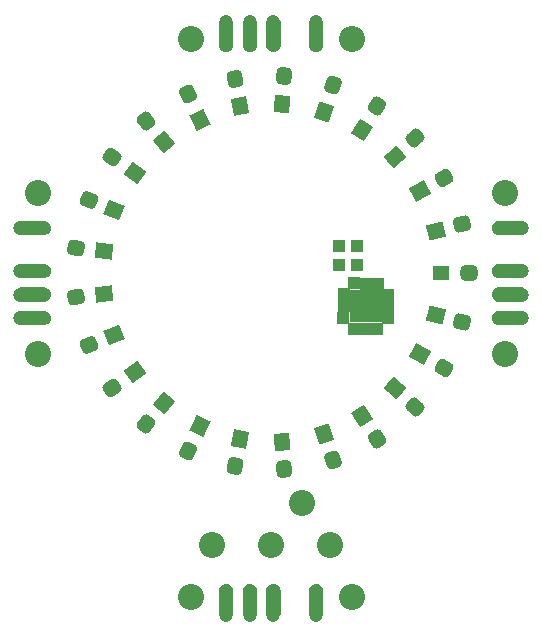
<source format=gts>
G04*
G04 #@! TF.GenerationSoftware,Altium Limited,Altium Designer,23.8.1 (32)*
G04*
G04 Layer_Color=8388736*
%FSLAX44Y44*%
%MOMM*%
G71*
G04*
G04 #@! TF.SameCoordinates,1253C11B-B4F6-43D5-8584-102BFB41548A*
G04*
G04*
G04 #@! TF.FilePolarity,Negative*
G04*
G01*
G75*
G04:AMPARAMS|DCode=70|XSize=1.4532mm|YSize=1.3032mm|CornerRadius=0mm|HoleSize=0mm|Usage=FLASHONLY|Rotation=93.600|XOffset=0mm|YOffset=0mm|HoleType=Round|Shape=Rectangle|*
%AMROTATEDRECTD70*
4,1,4,0.6959,-0.6843,-0.6047,-0.7661,-0.6959,0.6843,0.6047,0.7661,0.6959,-0.6843,0.0*
%
%ADD70ROTATEDRECTD70*%

G04:AMPARAMS|DCode=71|XSize=1.4532mm|YSize=1.3032mm|CornerRadius=0.3766mm|HoleSize=0mm|Usage=FLASHONLY|Rotation=93.600|XOffset=0mm|YOffset=0mm|HoleType=Round|Shape=RoundedRectangle|*
%AMROUNDEDRECTD71*
21,1,1.4532,0.5500,0,0,93.6*
21,1,0.7000,1.3032,0,0,93.6*
1,1,0.7532,0.2525,0.3666*
1,1,0.7532,0.2964,-0.3320*
1,1,0.7532,-0.2525,-0.3666*
1,1,0.7532,-0.2964,0.3320*
%
%ADD71ROUNDEDRECTD71*%
G04:AMPARAMS|DCode=72|XSize=1.4532mm|YSize=1.3032mm|CornerRadius=0mm|HoleSize=0mm|Usage=FLASHONLY|Rotation=165.600|XOffset=0mm|YOffset=0mm|HoleType=Round|Shape=Rectangle|*
%AMROTATEDRECTD72*
4,1,4,0.8658,0.4504,0.5417,-0.8118,-0.8658,-0.4504,-0.5417,0.8118,0.8658,0.4504,0.0*
%
%ADD72ROTATEDRECTD72*%

G04:AMPARAMS|DCode=73|XSize=1.4532mm|YSize=1.3032mm|CornerRadius=0.3766mm|HoleSize=0mm|Usage=FLASHONLY|Rotation=165.600|XOffset=0mm|YOffset=0mm|HoleType=Round|Shape=RoundedRectangle|*
%AMROUNDEDRECTD73*
21,1,1.4532,0.5500,0,0,165.6*
21,1,0.7000,1.3032,0,0,165.6*
1,1,0.7532,-0.2706,0.3534*
1,1,0.7532,0.4074,0.1793*
1,1,0.7532,0.2706,-0.3534*
1,1,0.7532,-0.4074,-0.1793*
%
%ADD73ROUNDEDRECTD73*%
G04:AMPARAMS|DCode=74|XSize=1.4532mm|YSize=1.3032mm|CornerRadius=0mm|HoleSize=0mm|Usage=FLASHONLY|Rotation=352.800|XOffset=0mm|YOffset=0mm|HoleType=Round|Shape=Rectangle|*
%AMROTATEDRECTD74*
4,1,4,-0.8025,-0.5554,-0.6392,0.7375,0.8025,0.5554,0.6392,-0.7375,-0.8025,-0.5554,0.0*
%
%ADD74ROTATEDRECTD74*%

G04:AMPARAMS|DCode=75|XSize=1.4532mm|YSize=1.3032mm|CornerRadius=0.3766mm|HoleSize=0mm|Usage=FLASHONLY|Rotation=352.800|XOffset=0mm|YOffset=0mm|HoleType=Round|Shape=RoundedRectangle|*
%AMROUNDEDRECTD75*
21,1,1.4532,0.5500,0,0,352.8*
21,1,0.7000,1.3032,0,0,352.8*
1,1,0.7532,0.3128,-0.3167*
1,1,0.7532,-0.3817,-0.2290*
1,1,0.7532,-0.3128,0.3167*
1,1,0.7532,0.3817,0.2290*
%
%ADD75ROUNDEDRECTD75*%
G04:AMPARAMS|DCode=76|XSize=1.4532mm|YSize=1.3032mm|CornerRadius=0.3766mm|HoleSize=0mm|Usage=FLASHONLY|Rotation=194.400|XOffset=0mm|YOffset=0mm|HoleType=Round|Shape=RoundedRectangle|*
%AMROUNDEDRECTD76*
21,1,1.4532,0.5500,0,0,194.4*
21,1,0.7000,1.3032,0,0,194.4*
1,1,0.7532,-0.4074,0.1793*
1,1,0.7532,0.2706,0.3534*
1,1,0.7532,0.4074,-0.1793*
1,1,0.7532,-0.2706,-0.3534*
%
%ADD76ROUNDEDRECTD76*%
G04:AMPARAMS|DCode=77|XSize=1.4532mm|YSize=1.3032mm|CornerRadius=0mm|HoleSize=0mm|Usage=FLASHONLY|Rotation=194.400|XOffset=0mm|YOffset=0mm|HoleType=Round|Shape=Rectangle|*
%AMROTATEDRECTD77*
4,1,4,0.5417,0.8118,0.8658,-0.4504,-0.5417,-0.8118,-0.8658,0.4504,0.5417,0.8118,0.0*
%
%ADD77ROTATEDRECTD77*%

G04:AMPARAMS|DCode=78|XSize=1.4532mm|YSize=1.3032mm|CornerRadius=0.3766mm|HoleSize=0mm|Usage=FLASHONLY|Rotation=208.800|XOffset=0mm|YOffset=0mm|HoleType=Round|Shape=RoundedRectangle|*
%AMROUNDEDRECTD78*
21,1,1.4532,0.5500,0,0,208.8*
21,1,0.7000,1.3032,0,0,208.8*
1,1,0.7532,-0.4392,0.0724*
1,1,0.7532,0.1742,0.4096*
1,1,0.7532,0.4392,-0.0724*
1,1,0.7532,-0.1742,-0.4096*
%
%ADD78ROUNDEDRECTD78*%
G04:AMPARAMS|DCode=79|XSize=1.4532mm|YSize=1.3032mm|CornerRadius=0mm|HoleSize=0mm|Usage=FLASHONLY|Rotation=208.800|XOffset=0mm|YOffset=0mm|HoleType=Round|Shape=Rectangle|*
%AMROTATEDRECTD79*
4,1,4,0.3228,0.9210,0.9506,-0.2210,-0.3228,-0.9210,-0.9506,0.2210,0.3228,0.9210,0.0*
%
%ADD79ROTATEDRECTD79*%

G04:AMPARAMS|DCode=80|XSize=1.4532mm|YSize=1.3032mm|CornerRadius=0.3766mm|HoleSize=0mm|Usage=FLASHONLY|Rotation=223.200|XOffset=0mm|YOffset=0mm|HoleType=Round|Shape=RoundedRectangle|*
%AMROUNDEDRECTD80*
21,1,1.4532,0.5500,0,0,223.2*
21,1,0.7000,1.3032,0,0,223.2*
1,1,0.7532,-0.4434,-0.0391*
1,1,0.7532,0.0669,0.4401*
1,1,0.7532,0.4434,0.0391*
1,1,0.7532,-0.0669,-0.4401*
%
%ADD80ROUNDEDRECTD80*%
G04:AMPARAMS|DCode=81|XSize=1.4532mm|YSize=1.3032mm|CornerRadius=0mm|HoleSize=0mm|Usage=FLASHONLY|Rotation=223.200|XOffset=0mm|YOffset=0mm|HoleType=Round|Shape=Rectangle|*
%AMROTATEDRECTD81*
4,1,4,0.0836,0.9724,0.9757,0.0224,-0.0836,-0.9724,-0.9757,-0.0224,0.0836,0.9724,0.0*
%
%ADD81ROTATEDRECTD81*%

G04:AMPARAMS|DCode=82|XSize=1.4532mm|YSize=1.3032mm|CornerRadius=0.3766mm|HoleSize=0mm|Usage=FLASHONLY|Rotation=237.600|XOffset=0mm|YOffset=0mm|HoleType=Round|Shape=RoundedRectangle|*
%AMROUNDEDRECTD82*
21,1,1.4532,0.5500,0,0,237.6*
21,1,0.7000,1.3032,0,0,237.6*
1,1,0.7532,-0.4197,-0.1482*
1,1,0.7532,-0.0447,0.4429*
1,1,0.7532,0.4197,0.1482*
1,1,0.7532,0.0447,-0.4429*
%
%ADD82ROUNDEDRECTD82*%
G04:AMPARAMS|DCode=83|XSize=1.4532mm|YSize=1.3032mm|CornerRadius=0mm|HoleSize=0mm|Usage=FLASHONLY|Rotation=237.600|XOffset=0mm|YOffset=0mm|HoleType=Round|Shape=Rectangle|*
%AMROTATEDRECTD83*
4,1,4,-0.1608,0.9626,0.9395,0.2643,0.1608,-0.9626,-0.9395,-0.2643,-0.1608,0.9626,0.0*
%
%ADD83ROTATEDRECTD83*%

G04:AMPARAMS|DCode=84|XSize=1.4532mm|YSize=1.3032mm|CornerRadius=0.3766mm|HoleSize=0mm|Usage=FLASHONLY|Rotation=252.000|XOffset=0mm|YOffset=0mm|HoleType=Round|Shape=RoundedRectangle|*
%AMROUNDEDRECTD84*
21,1,1.4532,0.5500,0,0,252.0*
21,1,0.7000,1.3032,0,0,252.0*
1,1,0.7532,-0.3697,-0.2479*
1,1,0.7532,-0.1534,0.4178*
1,1,0.7532,0.3697,0.2479*
1,1,0.7532,0.1534,-0.4178*
%
%ADD84ROUNDEDRECTD84*%
G04:AMPARAMS|DCode=85|XSize=1.4532mm|YSize=1.3032mm|CornerRadius=0mm|HoleSize=0mm|Usage=FLASHONLY|Rotation=252.000|XOffset=0mm|YOffset=0mm|HoleType=Round|Shape=Rectangle|*
%AMROTATEDRECTD85*
4,1,4,-0.3952,0.8924,0.8442,0.4897,0.3952,-0.8924,-0.8442,-0.4897,-0.3952,0.8924,0.0*
%
%ADD85ROTATEDRECTD85*%

G04:AMPARAMS|DCode=86|XSize=1.4532mm|YSize=1.3032mm|CornerRadius=0.3766mm|HoleSize=0mm|Usage=FLASHONLY|Rotation=266.400|XOffset=0mm|YOffset=0mm|HoleType=Round|Shape=RoundedRectangle|*
%AMROUNDEDRECTD86*
21,1,1.4532,0.5500,0,0,266.4*
21,1,0.7000,1.3032,0,0,266.4*
1,1,0.7532,-0.2964,-0.3320*
1,1,0.7532,-0.2525,0.3666*
1,1,0.7532,0.2964,0.3320*
1,1,0.7532,0.2525,-0.3666*
%
%ADD86ROUNDEDRECTD86*%
G04:AMPARAMS|DCode=87|XSize=1.4532mm|YSize=1.3032mm|CornerRadius=0mm|HoleSize=0mm|Usage=FLASHONLY|Rotation=266.400|XOffset=0mm|YOffset=0mm|HoleType=Round|Shape=Rectangle|*
%AMROTATEDRECTD87*
4,1,4,-0.6047,0.7661,0.6959,0.6843,0.6047,-0.7661,-0.6959,-0.6843,-0.6047,0.7661,0.0*
%
%ADD87ROTATEDRECTD87*%

G04:AMPARAMS|DCode=88|XSize=1.4532mm|YSize=1.3032mm|CornerRadius=0.3766mm|HoleSize=0mm|Usage=FLASHONLY|Rotation=280.800|XOffset=0mm|YOffset=0mm|HoleType=Round|Shape=RoundedRectangle|*
%AMROUNDEDRECTD88*
21,1,1.4532,0.5500,0,0,280.8*
21,1,0.7000,1.3032,0,0,280.8*
1,1,0.7532,-0.2046,-0.3953*
1,1,0.7532,-0.3357,0.2923*
1,1,0.7532,0.2046,0.3953*
1,1,0.7532,0.3357,-0.2923*
%
%ADD88ROUNDEDRECTD88*%
G04:AMPARAMS|DCode=89|XSize=1.4532mm|YSize=1.3032mm|CornerRadius=0mm|HoleSize=0mm|Usage=FLASHONLY|Rotation=280.800|XOffset=0mm|YOffset=0mm|HoleType=Round|Shape=Rectangle|*
%AMROTATEDRECTD89*
4,1,4,-0.7762,0.5916,0.5039,0.8358,0.7762,-0.5916,-0.5039,-0.8358,-0.7762,0.5916,0.0*
%
%ADD89ROTATEDRECTD89*%

G04:AMPARAMS|DCode=90|XSize=1.4532mm|YSize=1.3032mm|CornerRadius=0.3766mm|HoleSize=0mm|Usage=FLASHONLY|Rotation=295.200|XOffset=0mm|YOffset=0mm|HoleType=Round|Shape=RoundedRectangle|*
%AMROUNDEDRECTD90*
21,1,1.4532,0.5500,0,0,295.2*
21,1,0.7000,1.3032,0,0,295.2*
1,1,0.7532,-0.0998,-0.4338*
1,1,0.7532,-0.3979,0.1996*
1,1,0.7532,0.0998,0.4338*
1,1,0.7532,0.3979,-0.1996*
%
%ADD90ROUNDEDRECTD90*%
G04:AMPARAMS|DCode=91|XSize=1.4532mm|YSize=1.3032mm|CornerRadius=0mm|HoleSize=0mm|Usage=FLASHONLY|Rotation=295.200|XOffset=0mm|YOffset=0mm|HoleType=Round|Shape=Rectangle|*
%AMROTATEDRECTD91*
4,1,4,-0.8990,0.3800,0.2802,0.9349,0.8990,-0.3800,-0.2802,-0.9349,-0.8990,0.3800,0.0*
%
%ADD91ROTATEDRECTD91*%

G04:AMPARAMS|DCode=92|XSize=1.4532mm|YSize=1.3032mm|CornerRadius=0.3766mm|HoleSize=0mm|Usage=FLASHONLY|Rotation=309.600|XOffset=0mm|YOffset=0mm|HoleType=Round|Shape=RoundedRectangle|*
%AMROUNDEDRECTD92*
21,1,1.4532,0.5500,0,0,309.6*
21,1,0.7000,1.3032,0,0,309.6*
1,1,0.7532,0.0112,-0.4450*
1,1,0.7532,-0.4350,0.0944*
1,1,0.7532,-0.0112,0.4450*
1,1,0.7532,0.4350,-0.0944*
%
%ADD92ROUNDEDRECTD92*%
G04:AMPARAMS|DCode=93|XSize=1.4532mm|YSize=1.3032mm|CornerRadius=0mm|HoleSize=0mm|Usage=FLASHONLY|Rotation=309.600|XOffset=0mm|YOffset=0mm|HoleType=Round|Shape=Rectangle|*
%AMROTATEDRECTD93*
4,1,4,-0.9652,0.1445,0.0389,0.9752,0.9652,-0.1445,-0.0389,-0.9752,-0.9652,0.1445,0.0*
%
%ADD93ROTATEDRECTD93*%

G04:AMPARAMS|DCode=94|XSize=1.4532mm|YSize=1.3032mm|CornerRadius=0.3766mm|HoleSize=0mm|Usage=FLASHONLY|Rotation=324.000|XOffset=0mm|YOffset=0mm|HoleType=Round|Shape=RoundedRectangle|*
%AMROUNDEDRECTD94*
21,1,1.4532,0.5500,0,0,324.0*
21,1,0.7000,1.3032,0,0,324.0*
1,1,0.7532,0.1215,-0.4282*
1,1,0.7532,-0.4448,-0.0168*
1,1,0.7532,-0.1215,0.4282*
1,1,0.7532,0.4448,0.0168*
%
%ADD94ROUNDEDRECTD94*%
G04:AMPARAMS|DCode=95|XSize=1.4532mm|YSize=1.3032mm|CornerRadius=0mm|HoleSize=0mm|Usage=FLASHONLY|Rotation=324.000|XOffset=0mm|YOffset=0mm|HoleType=Round|Shape=Rectangle|*
%AMROTATEDRECTD95*
4,1,4,-0.9708,-0.1001,-0.2048,0.9542,0.9708,0.1001,0.2048,-0.9542,-0.9708,-0.1001,0.0*
%
%ADD95ROTATEDRECTD95*%

G04:AMPARAMS|DCode=96|XSize=1.4532mm|YSize=1.3032mm|CornerRadius=0.3766mm|HoleSize=0mm|Usage=FLASHONLY|Rotation=338.400|XOffset=0mm|YOffset=0mm|HoleType=Round|Shape=RoundedRectangle|*
%AMROUNDEDRECTD96*
21,1,1.4532,0.5500,0,0,338.4*
21,1,0.7000,1.3032,0,0,338.4*
1,1,0.7532,0.2242,-0.3845*
1,1,0.7532,-0.4267,-0.1269*
1,1,0.7532,-0.2242,0.3845*
1,1,0.7532,0.4267,0.1269*
%
%ADD96ROUNDEDRECTD96*%
G04:AMPARAMS|DCode=97|XSize=1.4532mm|YSize=1.3032mm|CornerRadius=0mm|HoleSize=0mm|Usage=FLASHONLY|Rotation=338.400|XOffset=0mm|YOffset=0mm|HoleType=Round|Shape=Rectangle|*
%AMROTATEDRECTD97*
4,1,4,-0.9155,-0.3384,-0.4357,0.8733,0.9155,0.3384,0.4357,-0.8733,-0.9155,-0.3384,0.0*
%
%ADD97ROTATEDRECTD97*%

G04:AMPARAMS|DCode=98|XSize=1.4532mm|YSize=1.3032mm|CornerRadius=0.3766mm|HoleSize=0mm|Usage=FLASHONLY|Rotation=7.200|XOffset=0mm|YOffset=0mm|HoleType=Round|Shape=RoundedRectangle|*
%AMROUNDEDRECTD98*
21,1,1.4532,0.5500,0,0,7.2*
21,1,0.7000,1.3032,0,0,7.2*
1,1,0.7532,0.3817,-0.2290*
1,1,0.7532,-0.3128,-0.3167*
1,1,0.7532,-0.3817,0.2290*
1,1,0.7532,0.3128,0.3167*
%
%ADD98ROUNDEDRECTD98*%
G04:AMPARAMS|DCode=99|XSize=1.4532mm|YSize=1.3032mm|CornerRadius=0mm|HoleSize=0mm|Usage=FLASHONLY|Rotation=7.200|XOffset=0mm|YOffset=0mm|HoleType=Round|Shape=Rectangle|*
%AMROTATEDRECTD99*
4,1,4,-0.6392,-0.7375,-0.8025,0.5554,0.6392,0.7375,0.8025,-0.5554,-0.6392,-0.7375,0.0*
%
%ADD99ROTATEDRECTD99*%

G04:AMPARAMS|DCode=100|XSize=1.4532mm|YSize=1.3032mm|CornerRadius=0.3766mm|HoleSize=0mm|Usage=FLASHONLY|Rotation=21.600|XOffset=0mm|YOffset=0mm|HoleType=Round|Shape=RoundedRectangle|*
%AMROUNDEDRECTD100*
21,1,1.4532,0.5500,0,0,21.6*
21,1,0.7000,1.3032,0,0,21.6*
1,1,0.7532,0.4267,-0.1269*
1,1,0.7532,-0.2242,-0.3845*
1,1,0.7532,-0.4267,0.1269*
1,1,0.7532,0.2242,0.3845*
%
%ADD100ROUNDEDRECTD100*%
G04:AMPARAMS|DCode=101|XSize=1.4532mm|YSize=1.3032mm|CornerRadius=0mm|HoleSize=0mm|Usage=FLASHONLY|Rotation=21.600|XOffset=0mm|YOffset=0mm|HoleType=Round|Shape=Rectangle|*
%AMROTATEDRECTD101*
4,1,4,-0.4357,-0.8733,-0.9155,0.3384,0.4357,0.8733,0.9155,-0.3384,-0.4357,-0.8733,0.0*
%
%ADD101ROTATEDRECTD101*%

G04:AMPARAMS|DCode=102|XSize=1.4532mm|YSize=1.3032mm|CornerRadius=0.3766mm|HoleSize=0mm|Usage=FLASHONLY|Rotation=36.000|XOffset=0mm|YOffset=0mm|HoleType=Round|Shape=RoundedRectangle|*
%AMROUNDEDRECTD102*
21,1,1.4532,0.5500,0,0,36.0*
21,1,0.7000,1.3032,0,0,36.0*
1,1,0.7532,0.4448,-0.0168*
1,1,0.7532,-0.1215,-0.4282*
1,1,0.7532,-0.4448,0.0168*
1,1,0.7532,0.1215,0.4282*
%
%ADD102ROUNDEDRECTD102*%
G04:AMPARAMS|DCode=103|XSize=1.4532mm|YSize=1.3032mm|CornerRadius=0mm|HoleSize=0mm|Usage=FLASHONLY|Rotation=36.000|XOffset=0mm|YOffset=0mm|HoleType=Round|Shape=Rectangle|*
%AMROTATEDRECTD103*
4,1,4,-0.2048,-0.9542,-0.9708,0.1001,0.2048,0.9542,0.9708,-0.1001,-0.2048,-0.9542,0.0*
%
%ADD103ROTATEDRECTD103*%

G04:AMPARAMS|DCode=104|XSize=1.4532mm|YSize=1.3032mm|CornerRadius=0.3766mm|HoleSize=0mm|Usage=FLASHONLY|Rotation=50.400|XOffset=0mm|YOffset=0mm|HoleType=Round|Shape=RoundedRectangle|*
%AMROUNDEDRECTD104*
21,1,1.4532,0.5500,0,0,50.4*
21,1,0.7000,1.3032,0,0,50.4*
1,1,0.7532,0.4350,0.0944*
1,1,0.7532,-0.0112,-0.4450*
1,1,0.7532,-0.4350,-0.0944*
1,1,0.7532,0.0112,0.4450*
%
%ADD104ROUNDEDRECTD104*%
G04:AMPARAMS|DCode=105|XSize=1.4532mm|YSize=1.3032mm|CornerRadius=0mm|HoleSize=0mm|Usage=FLASHONLY|Rotation=50.400|XOffset=0mm|YOffset=0mm|HoleType=Round|Shape=Rectangle|*
%AMROTATEDRECTD105*
4,1,4,0.0389,-0.9752,-0.9652,-0.1445,-0.0389,0.9752,0.9652,0.1445,0.0389,-0.9752,0.0*
%
%ADD105ROTATEDRECTD105*%

G04:AMPARAMS|DCode=106|XSize=1.4532mm|YSize=1.3032mm|CornerRadius=0.3766mm|HoleSize=0mm|Usage=FLASHONLY|Rotation=64.800|XOffset=0mm|YOffset=0mm|HoleType=Round|Shape=RoundedRectangle|*
%AMROUNDEDRECTD106*
21,1,1.4532,0.5500,0,0,64.8*
21,1,0.7000,1.3032,0,0,64.8*
1,1,0.7532,0.3979,0.1996*
1,1,0.7532,0.0998,-0.4338*
1,1,0.7532,-0.3979,-0.1996*
1,1,0.7532,-0.0998,0.4338*
%
%ADD106ROUNDEDRECTD106*%
G04:AMPARAMS|DCode=107|XSize=1.4532mm|YSize=1.3032mm|CornerRadius=0mm|HoleSize=0mm|Usage=FLASHONLY|Rotation=64.800|XOffset=0mm|YOffset=0mm|HoleType=Round|Shape=Rectangle|*
%AMROTATEDRECTD107*
4,1,4,0.2802,-0.9349,-0.8990,-0.3800,-0.2802,0.9349,0.8990,0.3800,0.2802,-0.9349,0.0*
%
%ADD107ROTATEDRECTD107*%

G04:AMPARAMS|DCode=108|XSize=1.4532mm|YSize=1.3032mm|CornerRadius=0.3766mm|HoleSize=0mm|Usage=FLASHONLY|Rotation=79.200|XOffset=0mm|YOffset=0mm|HoleType=Round|Shape=RoundedRectangle|*
%AMROUNDEDRECTD108*
21,1,1.4532,0.5500,0,0,79.2*
21,1,0.7000,1.3032,0,0,79.2*
1,1,0.7532,0.3357,0.2923*
1,1,0.7532,0.2046,-0.3953*
1,1,0.7532,-0.3357,-0.2923*
1,1,0.7532,-0.2046,0.3953*
%
%ADD108ROUNDEDRECTD108*%
G04:AMPARAMS|DCode=109|XSize=1.4532mm|YSize=1.3032mm|CornerRadius=0mm|HoleSize=0mm|Usage=FLASHONLY|Rotation=79.200|XOffset=0mm|YOffset=0mm|HoleType=Round|Shape=Rectangle|*
%AMROTATEDRECTD109*
4,1,4,0.5039,-0.8358,-0.7762,-0.5916,-0.5039,0.8358,0.7762,0.5916,0.5039,-0.8358,0.0*
%
%ADD109ROTATEDRECTD109*%

G04:AMPARAMS|DCode=110|XSize=1.4532mm|YSize=1.3032mm|CornerRadius=0.3766mm|HoleSize=0mm|Usage=FLASHONLY|Rotation=108.000|XOffset=0mm|YOffset=0mm|HoleType=Round|Shape=RoundedRectangle|*
%AMROUNDEDRECTD110*
21,1,1.4532,0.5500,0,0,108.0*
21,1,0.7000,1.3032,0,0,108.0*
1,1,0.7532,0.1534,0.4178*
1,1,0.7532,0.3697,-0.2479*
1,1,0.7532,-0.1534,-0.4178*
1,1,0.7532,-0.3697,0.2479*
%
%ADD110ROUNDEDRECTD110*%
G04:AMPARAMS|DCode=111|XSize=1.4532mm|YSize=1.3032mm|CornerRadius=0mm|HoleSize=0mm|Usage=FLASHONLY|Rotation=108.000|XOffset=0mm|YOffset=0mm|HoleType=Round|Shape=Rectangle|*
%AMROTATEDRECTD111*
4,1,4,0.8442,-0.4897,-0.3952,-0.8924,-0.8442,0.4897,0.3952,0.8924,0.8442,-0.4897,0.0*
%
%ADD111ROTATEDRECTD111*%

G04:AMPARAMS|DCode=112|XSize=1.4532mm|YSize=1.3032mm|CornerRadius=0.3766mm|HoleSize=0mm|Usage=FLASHONLY|Rotation=122.400|XOffset=0mm|YOffset=0mm|HoleType=Round|Shape=RoundedRectangle|*
%AMROUNDEDRECTD112*
21,1,1.4532,0.5500,0,0,122.4*
21,1,0.7000,1.3032,0,0,122.4*
1,1,0.7532,0.0447,0.4429*
1,1,0.7532,0.4197,-0.1482*
1,1,0.7532,-0.0447,-0.4429*
1,1,0.7532,-0.4197,0.1482*
%
%ADD112ROUNDEDRECTD112*%
G04:AMPARAMS|DCode=113|XSize=1.4532mm|YSize=1.3032mm|CornerRadius=0mm|HoleSize=0mm|Usage=FLASHONLY|Rotation=122.400|XOffset=0mm|YOffset=0mm|HoleType=Round|Shape=Rectangle|*
%AMROTATEDRECTD113*
4,1,4,0.9395,-0.2643,-0.1608,-0.9626,-0.9395,0.2643,0.1608,0.9626,0.9395,-0.2643,0.0*
%
%ADD113ROTATEDRECTD113*%

G04:AMPARAMS|DCode=114|XSize=1.4532mm|YSize=1.3032mm|CornerRadius=0.3766mm|HoleSize=0mm|Usage=FLASHONLY|Rotation=136.800|XOffset=0mm|YOffset=0mm|HoleType=Round|Shape=RoundedRectangle|*
%AMROUNDEDRECTD114*
21,1,1.4532,0.5500,0,0,136.8*
21,1,0.7000,1.3032,0,0,136.8*
1,1,0.7532,-0.0669,0.4401*
1,1,0.7532,0.4434,-0.0391*
1,1,0.7532,0.0669,-0.4401*
1,1,0.7532,-0.4434,0.0391*
%
%ADD114ROUNDEDRECTD114*%
G04:AMPARAMS|DCode=115|XSize=1.4532mm|YSize=1.3032mm|CornerRadius=0mm|HoleSize=0mm|Usage=FLASHONLY|Rotation=136.800|XOffset=0mm|YOffset=0mm|HoleType=Round|Shape=Rectangle|*
%AMROTATEDRECTD115*
4,1,4,0.9757,-0.0224,0.0836,-0.9724,-0.9757,0.0224,-0.0836,0.9724,0.9757,-0.0224,0.0*
%
%ADD115ROTATEDRECTD115*%

G04:AMPARAMS|DCode=116|XSize=1.4532mm|YSize=1.3032mm|CornerRadius=0.3766mm|HoleSize=0mm|Usage=FLASHONLY|Rotation=151.200|XOffset=0mm|YOffset=0mm|HoleType=Round|Shape=RoundedRectangle|*
%AMROUNDEDRECTD116*
21,1,1.4532,0.5500,0,0,151.2*
21,1,0.7000,1.3032,0,0,151.2*
1,1,0.7532,-0.1742,0.4096*
1,1,0.7532,0.4392,0.0724*
1,1,0.7532,0.1742,-0.4096*
1,1,0.7532,-0.4392,-0.0724*
%
%ADD116ROUNDEDRECTD116*%
G04:AMPARAMS|DCode=117|XSize=1.4532mm|YSize=1.3032mm|CornerRadius=0mm|HoleSize=0mm|Usage=FLASHONLY|Rotation=151.200|XOffset=0mm|YOffset=0mm|HoleType=Round|Shape=Rectangle|*
%AMROTATEDRECTD117*
4,1,4,0.9506,0.2210,0.3228,-0.9210,-0.9506,-0.2210,-0.3228,0.9210,0.9506,0.2210,0.0*
%
%ADD117ROTATEDRECTD117*%

G04:AMPARAMS|DCode=118|XSize=1.4532mm|YSize=1.3032mm|CornerRadius=0.3766mm|HoleSize=0mm|Usage=FLASHONLY|Rotation=180.000|XOffset=0mm|YOffset=0mm|HoleType=Round|Shape=RoundedRectangle|*
%AMROUNDEDRECTD118*
21,1,1.4532,0.5500,0,0,180.0*
21,1,0.7000,1.3032,0,0,180.0*
1,1,0.7532,-0.3500,0.2750*
1,1,0.7532,0.3500,0.2750*
1,1,0.7532,0.3500,-0.2750*
1,1,0.7532,-0.3500,-0.2750*
%
%ADD118ROUNDEDRECTD118*%
%ADD119R,1.4532X1.3032*%
%ADD120R,1.0032X1.0032*%
%ADD121P,3.8936X4X224.709*%
G04:AMPARAMS|DCode=122|XSize=0.4532mm|YSize=1.0032mm|CornerRadius=0mm|HoleSize=0mm|Usage=FLASHONLY|Rotation=179.709|XOffset=0mm|YOffset=0mm|HoleType=Round|Shape=Rectangle|*
%AMROTATEDRECTD122*
4,1,4,0.2291,0.5004,0.2241,-0.5027,-0.2291,-0.5004,-0.2241,0.5027,0.2291,0.5004,0.0*
%
%ADD122ROTATEDRECTD122*%

G04:AMPARAMS|DCode=123|XSize=0.4532mm|YSize=1.0032mm|CornerRadius=0mm|HoleSize=0mm|Usage=FLASHONLY|Rotation=269.709|XOffset=0mm|YOffset=0mm|HoleType=Round|Shape=Rectangle|*
%AMROTATEDRECTD123*
4,1,4,-0.5004,0.2291,0.5027,0.2241,0.5004,-0.2291,-0.5027,-0.2241,-0.5004,0.2291,0.0*
%
%ADD123ROTATEDRECTD123*%

%ADD124C,2.2032*%
%ADD125C,1.2032*%
%ADD126C,0.8032*%
G36*
X44678Y25959D02*
X44808Y25933D01*
X44851Y25919D01*
X44934Y25891D01*
X44934Y25891D01*
X46772Y25129D01*
X46772Y25129D01*
X46891Y25071D01*
X47002Y24997D01*
X47102Y24909D01*
X48509Y23502D01*
X48509Y23502D01*
X48597Y23402D01*
X48671Y23291D01*
X48710Y23211D01*
X48730Y23172D01*
X48730Y23172D01*
X49491Y21334D01*
X49534Y21208D01*
X49559Y21077D01*
X49568Y20945D01*
Y19950D01*
Y-50D01*
X49559Y-183D01*
X49534Y-314D01*
X49491Y-440D01*
X49432Y-559D01*
X49358Y-670D01*
X49270Y-770D01*
X49170Y-858D01*
X49059Y-932D01*
X48940Y-991D01*
X48814Y-1033D01*
X48683Y-1059D01*
X48550Y-1068D01*
X38550D01*
X38417Y-1059D01*
X38286Y-1033D01*
X38160Y-991D01*
X38041Y-932D01*
X37930Y-858D01*
X37830Y-770D01*
X37742Y-670D01*
X37668Y-559D01*
X37609Y-440D01*
X37566Y-314D01*
X37541Y-183D01*
X37532Y-50D01*
Y19950D01*
Y20945D01*
X37541Y21077D01*
X37566Y21208D01*
X37609Y21334D01*
X38370Y23172D01*
X38370Y23172D01*
X38400Y23231D01*
X38429Y23291D01*
X38454Y23328D01*
X38503Y23402D01*
X38544Y23449D01*
X38591Y23502D01*
X38591Y23502D01*
X39998Y24909D01*
X39998Y24909D01*
X40098Y24997D01*
X40209Y25071D01*
X40289Y25110D01*
X40328Y25129D01*
X40328Y25129D01*
X42166Y25891D01*
X42292Y25933D01*
X42422Y25959D01*
X42555Y25968D01*
X44545D01*
D01*
X44545D01*
X44678Y25959D01*
D02*
G37*
G36*
X64678D02*
X64808Y25933D01*
X64851Y25919D01*
X64934Y25891D01*
X64934Y25891D01*
X66772Y25129D01*
X66772Y25129D01*
X66891Y25071D01*
X67002Y24997D01*
X67102Y24909D01*
X68509Y23502D01*
X68509Y23502D01*
X68597Y23402D01*
X68671Y23291D01*
X68710Y23211D01*
X68730Y23172D01*
X68730Y23172D01*
X69491Y21334D01*
X69534Y21208D01*
X69559Y21077D01*
X69568Y20945D01*
Y19950D01*
Y-50D01*
X69559Y-183D01*
X69534Y-314D01*
X69491Y-440D01*
X69432Y-559D01*
X69358Y-670D01*
X69270Y-770D01*
X69170Y-858D01*
X69059Y-932D01*
X68940Y-991D01*
X68814Y-1033D01*
X68683Y-1059D01*
X68550Y-1068D01*
X58550D01*
X58417Y-1059D01*
X58286Y-1033D01*
X58160Y-991D01*
X58041Y-932D01*
X57930Y-858D01*
X57830Y-770D01*
X57742Y-670D01*
X57668Y-559D01*
X57609Y-440D01*
X57566Y-314D01*
X57541Y-183D01*
X57532Y-50D01*
Y19950D01*
Y20945D01*
X57541Y21077D01*
X57566Y21208D01*
X57609Y21334D01*
X58370Y23172D01*
X58370Y23172D01*
X58400Y23231D01*
X58429Y23291D01*
X58454Y23328D01*
X58503Y23402D01*
X58545Y23449D01*
X58591Y23502D01*
X58591Y23502D01*
X59998Y24909D01*
X59998Y24909D01*
X60098Y24997D01*
X60209Y25071D01*
X60289Y25110D01*
X60328Y25129D01*
X60328Y25129D01*
X62166Y25891D01*
X62292Y25933D01*
X62423Y25959D01*
X62555Y25968D01*
X64545D01*
D01*
X64545D01*
X64678Y25959D01*
D02*
G37*
G36*
X-109873Y257010D02*
X-109742Y256984D01*
X-109616Y256941D01*
X-107778Y256180D01*
X-107778Y256180D01*
X-107739Y256160D01*
X-107659Y256121D01*
X-107548Y256047D01*
X-107448Y255959D01*
X-107448Y255959D01*
X-106041Y254552D01*
X-105953Y254452D01*
X-105879Y254341D01*
X-105821Y254222D01*
X-105821Y254222D01*
X-105059Y252384D01*
X-105059Y252384D01*
X-105031Y252301D01*
X-105016Y252258D01*
X-104991Y252127D01*
X-104982Y251995D01*
Y251995D01*
D01*
Y250005D01*
X-104991Y249873D01*
X-105016Y249742D01*
X-105059Y249616D01*
X-105821Y247778D01*
X-105821Y247778D01*
X-105840Y247739D01*
X-105879Y247659D01*
X-105953Y247548D01*
X-106041Y247448D01*
X-106041Y247448D01*
X-107448Y246041D01*
X-107448Y246041D01*
X-107501Y245994D01*
X-107548Y245954D01*
X-107622Y245904D01*
X-107659Y245879D01*
X-107719Y245850D01*
X-107778Y245821D01*
X-107778Y245821D01*
X-109616Y245059D01*
X-109742Y245017D01*
X-109873Y244991D01*
X-110005Y244982D01*
X-131000D01*
X-131133Y244991D01*
X-131264Y245017D01*
X-131390Y245059D01*
X-131509Y245118D01*
X-131620Y245192D01*
X-131720Y245280D01*
X-131808Y245380D01*
X-131882Y245491D01*
X-131941Y245610D01*
X-131983Y245737D01*
X-132009Y245867D01*
X-132018Y246000D01*
Y256000D01*
X-132009Y256133D01*
X-131983Y256264D01*
X-131941Y256390D01*
X-131882Y256509D01*
X-131808Y256620D01*
X-131720Y256720D01*
X-131620Y256808D01*
X-131509Y256882D01*
X-131390Y256941D01*
X-131264Y256984D01*
X-131133Y257010D01*
X-131000Y257018D01*
X-110005D01*
X-109873Y257010D01*
D02*
G37*
G36*
Y277010D02*
X-109742Y276984D01*
X-109616Y276941D01*
X-107778Y276180D01*
X-107778Y276180D01*
X-107739Y276160D01*
X-107659Y276121D01*
X-107548Y276047D01*
X-107448Y275959D01*
X-107448Y275959D01*
X-106041Y274552D01*
X-105953Y274452D01*
X-105879Y274341D01*
X-105821Y274222D01*
X-105821Y274222D01*
X-105059Y272384D01*
X-105059Y272384D01*
X-105031Y272301D01*
X-105016Y272258D01*
X-104991Y272127D01*
X-104982Y271995D01*
Y271995D01*
D01*
Y270005D01*
X-104991Y269873D01*
X-105016Y269742D01*
X-105059Y269616D01*
X-105821Y267778D01*
X-105821Y267778D01*
X-105840Y267739D01*
X-105879Y267659D01*
X-105953Y267548D01*
X-106041Y267448D01*
X-106041Y267448D01*
X-107448Y266042D01*
X-107448Y266041D01*
X-107501Y265994D01*
X-107548Y265954D01*
X-107622Y265904D01*
X-107659Y265879D01*
X-107719Y265850D01*
X-107778Y265821D01*
X-107778Y265821D01*
X-109616Y265059D01*
X-109742Y265017D01*
X-109873Y264991D01*
X-110005Y264982D01*
X-111000D01*
X-131000Y264982D01*
X-131133Y264991D01*
X-131264Y265017D01*
X-131390Y265059D01*
X-131509Y265118D01*
X-131620Y265192D01*
X-131720Y265280D01*
X-131808Y265380D01*
X-131882Y265491D01*
X-131941Y265610D01*
X-131983Y265737D01*
X-132009Y265867D01*
X-132018Y266000D01*
Y276000D01*
X-132009Y276133D01*
X-131983Y276264D01*
X-131941Y276390D01*
X-131882Y276509D01*
X-131808Y276620D01*
X-131720Y276720D01*
X-131620Y276808D01*
X-131509Y276882D01*
X-131390Y276941D01*
X-131264Y276984D01*
X-131133Y277010D01*
X-131000Y277018D01*
X-111000Y277018D01*
X-110005D01*
X-109873Y277010D01*
D02*
G37*
G36*
X84677Y25959D02*
X84808Y25933D01*
X84851Y25919D01*
X84934Y25891D01*
X84934Y25891D01*
X86772Y25129D01*
X86772Y25129D01*
X86891Y25071D01*
X87002Y24997D01*
X87102Y24909D01*
X88509Y23502D01*
X88509Y23502D01*
X88596Y23402D01*
X88671Y23291D01*
X88710Y23211D01*
X88729Y23172D01*
X88729Y23172D01*
X89491Y21334D01*
X89534Y21208D01*
X89559Y21077D01*
X89568Y20945D01*
Y19950D01*
Y-50D01*
X89559Y-183D01*
X89534Y-314D01*
X89491Y-440D01*
X89432Y-559D01*
X89358Y-670D01*
X89270Y-770D01*
X89170Y-858D01*
X89059Y-932D01*
X88940Y-991D01*
X88813Y-1033D01*
X88683Y-1059D01*
X88550Y-1068D01*
X78550D01*
X78417Y-1059D01*
X78286Y-1033D01*
X78160Y-991D01*
X78041Y-932D01*
X77930Y-858D01*
X77830Y-770D01*
X77742Y-670D01*
X77668Y-559D01*
X77609Y-440D01*
X77566Y-314D01*
X77540Y-183D01*
X77532Y-50D01*
Y19950D01*
Y20945D01*
X77540Y21077D01*
X77566Y21208D01*
X77609Y21334D01*
X78370Y23172D01*
X78370Y23172D01*
X78400Y23231D01*
X78429Y23291D01*
X78454Y23328D01*
X78503Y23402D01*
X78544Y23449D01*
X78591Y23502D01*
X78591Y23502D01*
X79998Y24909D01*
X79998Y24909D01*
X80098Y24997D01*
X80209Y25071D01*
X80289Y25110D01*
X80328Y25129D01*
X80328Y25129D01*
X82166Y25891D01*
X82292Y25933D01*
X82423Y25959D01*
X82555Y25968D01*
X84544D01*
D01*
X84545D01*
X84677Y25959D01*
D02*
G37*
G36*
X120878D02*
X121008Y25933D01*
X121051Y25919D01*
X121134Y25891D01*
X121134Y25891D01*
X122972Y25129D01*
X122972Y25129D01*
X123091Y25071D01*
X123202Y24997D01*
X123302Y24909D01*
X124709Y23502D01*
X124709Y23502D01*
X124796Y23402D01*
X124871Y23291D01*
X124910Y23211D01*
X124930Y23172D01*
X124930Y23172D01*
X125691Y21334D01*
X125733Y21208D01*
X125759Y21077D01*
X125768Y20945D01*
Y19950D01*
Y-50D01*
X125759Y-183D01*
X125733Y-314D01*
X125691Y-440D01*
X125632Y-559D01*
X125558Y-670D01*
X125470Y-770D01*
X125370Y-858D01*
X125259Y-932D01*
X125140Y-991D01*
X125014Y-1033D01*
X124883Y-1059D01*
X124750Y-1068D01*
X114750D01*
X114617Y-1059D01*
X114487Y-1033D01*
X114360Y-991D01*
X114241Y-932D01*
X114130Y-858D01*
X114030Y-770D01*
X113942Y-670D01*
X113868Y-559D01*
X113809Y-440D01*
X113766Y-314D01*
X113741Y-183D01*
X113732Y-50D01*
X113732Y19950D01*
Y20945D01*
X113741Y21077D01*
X113766Y21208D01*
X113809Y21334D01*
X114571Y23172D01*
X114571Y23172D01*
X114600Y23231D01*
X114629Y23291D01*
X114654Y23328D01*
X114703Y23402D01*
X114744Y23449D01*
X114791Y23502D01*
X114791Y23502D01*
X116198Y24909D01*
X116198Y24909D01*
X116298Y24997D01*
X116409Y25071D01*
X116489Y25110D01*
X116528Y25129D01*
X116528Y25129D01*
X118366Y25891D01*
X118492Y25933D01*
X118623Y25959D01*
X118755Y25968D01*
X120744D01*
D01*
X120745D01*
X120878Y25959D01*
D02*
G37*
G36*
X294433Y257010D02*
X294564Y256984D01*
X294690Y256941D01*
X294809Y256882D01*
X294920Y256808D01*
X295020Y256720D01*
X295108Y256620D01*
X295182Y256509D01*
X295241Y256390D01*
X295284Y256264D01*
X295310Y256133D01*
X295318Y256000D01*
Y246000D01*
X295310Y245867D01*
X295284Y245737D01*
X295241Y245610D01*
X295182Y245491D01*
X295108Y245380D01*
X295020Y245280D01*
X294920Y245192D01*
X294809Y245118D01*
X294690Y245059D01*
X294564Y245016D01*
X294433Y244991D01*
X294300Y244982D01*
X273305D01*
X273172Y244991D01*
X273042Y245016D01*
X272916Y245059D01*
X271078Y245821D01*
X271078Y245821D01*
X271019Y245850D01*
X270959Y245879D01*
X270922Y245904D01*
X270848Y245953D01*
X270801Y245994D01*
X270748Y246041D01*
X270748Y246041D01*
X269341Y247448D01*
X269341Y247448D01*
X269253Y247548D01*
X269179Y247659D01*
X269140Y247739D01*
X269121Y247778D01*
X269120Y247778D01*
X268359Y249616D01*
X268316Y249742D01*
X268291Y249873D01*
X268282Y250005D01*
Y251994D01*
X268291Y252127D01*
X268316Y252258D01*
X268359Y252384D01*
X269120Y254222D01*
X269121Y254222D01*
X269150Y254281D01*
X269179Y254341D01*
X269204Y254378D01*
X269253Y254452D01*
X269294Y254499D01*
X269341Y254552D01*
X269341Y254552D01*
X270748Y255959D01*
X270748Y255959D01*
X270848Y256047D01*
X270959Y256121D01*
X271039Y256160D01*
X271078Y256180D01*
X271078Y256180D01*
X272916Y256941D01*
X273042Y256984D01*
X273172Y257010D01*
X273305Y257018D01*
X294300D01*
X294433Y257010D01*
D02*
G37*
G36*
Y277010D02*
X294564Y276984D01*
X294690Y276941D01*
X294809Y276882D01*
X294920Y276808D01*
X295020Y276720D01*
X295108Y276620D01*
X295182Y276509D01*
X295241Y276390D01*
X295284Y276264D01*
X295310Y276133D01*
X295318Y276000D01*
Y266000D01*
X295310Y265867D01*
X295284Y265737D01*
X295241Y265610D01*
X295182Y265491D01*
X295108Y265380D01*
X295020Y265280D01*
X294920Y265192D01*
X294809Y265118D01*
X294690Y265059D01*
X294564Y265016D01*
X294433Y264991D01*
X294300Y264982D01*
X273305D01*
X273172Y264991D01*
X273042Y265016D01*
X272916Y265059D01*
X271078Y265821D01*
X271078Y265821D01*
X271019Y265850D01*
X270959Y265879D01*
X270922Y265904D01*
X270848Y265953D01*
X270801Y265994D01*
X270748Y266041D01*
X270748Y266041D01*
X269341Y267448D01*
X269341Y267448D01*
X269253Y267548D01*
X269179Y267659D01*
X269140Y267739D01*
X269121Y267778D01*
X269120Y267778D01*
X268359Y269616D01*
X268316Y269742D01*
X268291Y269873D01*
X268282Y270005D01*
Y271995D01*
X268291Y272127D01*
X268316Y272258D01*
X268359Y272384D01*
X269120Y274222D01*
X269121Y274222D01*
X269150Y274281D01*
X269179Y274341D01*
X269204Y274378D01*
X269253Y274452D01*
X269294Y274499D01*
X269341Y274552D01*
X269341Y274552D01*
X270748Y275959D01*
X270748Y275959D01*
X270848Y276047D01*
X270959Y276121D01*
X271039Y276160D01*
X271078Y276180D01*
X271078Y276180D01*
X272916Y276941D01*
X273042Y276984D01*
X273172Y277010D01*
X273305Y277018D01*
X294300D01*
X294433Y277010D01*
D02*
G37*
G36*
X-111000Y297018D02*
X-110005D01*
X-109873Y297010D01*
X-109742Y296984D01*
X-109616Y296941D01*
X-107778Y296180D01*
X-107778Y296180D01*
X-107739Y296160D01*
X-107659Y296121D01*
X-107548Y296047D01*
X-107448Y295959D01*
X-107448Y295959D01*
X-106041Y294552D01*
X-105953Y294452D01*
X-105879Y294341D01*
X-105821Y294222D01*
X-105821Y294222D01*
X-105059Y292384D01*
X-105059Y292384D01*
X-105031Y292301D01*
X-105016Y292258D01*
X-104991Y292127D01*
X-104982Y291995D01*
Y291994D01*
D01*
Y290005D01*
X-104991Y289872D01*
X-105016Y289742D01*
X-105059Y289616D01*
X-105821Y287778D01*
X-105821Y287778D01*
X-105840Y287739D01*
X-105879Y287659D01*
X-105953Y287548D01*
X-106041Y287448D01*
X-106041Y287448D01*
X-107448Y286041D01*
X-107448Y286041D01*
X-107501Y285994D01*
X-107548Y285953D01*
X-107622Y285904D01*
X-107659Y285879D01*
X-107719Y285850D01*
X-107778Y285821D01*
X-107778Y285821D01*
X-109616Y285059D01*
X-109742Y285016D01*
X-109873Y284991D01*
X-110005Y284982D01*
X-111000D01*
X-131000Y284982D01*
X-131133Y284991D01*
X-131264Y285017D01*
X-131390Y285059D01*
X-131509Y285118D01*
X-131620Y285192D01*
X-131720Y285280D01*
X-131808Y285380D01*
X-131882Y285491D01*
X-131941Y285610D01*
X-131983Y285737D01*
X-132009Y285867D01*
X-132018Y286000D01*
Y296000D01*
X-132009Y296133D01*
X-131983Y296264D01*
X-131941Y296390D01*
X-131882Y296509D01*
X-131808Y296620D01*
X-131720Y296720D01*
X-131620Y296808D01*
X-131509Y296882D01*
X-131390Y296941D01*
X-131264Y296984D01*
X-131133Y297010D01*
X-131000Y297018D01*
X-111000Y297018D01*
D02*
G37*
G36*
X-109873Y333209D02*
X-109742Y333184D01*
X-109616Y333141D01*
X-107778Y332380D01*
X-107778Y332379D01*
X-107739Y332360D01*
X-107659Y332321D01*
X-107548Y332247D01*
X-107448Y332159D01*
X-107448Y332159D01*
X-106041Y330752D01*
X-105953Y330652D01*
X-105879Y330541D01*
X-105821Y330422D01*
X-105821Y330422D01*
X-105059Y328584D01*
X-105059Y328584D01*
X-105031Y328501D01*
X-105016Y328458D01*
X-104991Y328327D01*
X-104982Y328195D01*
Y328195D01*
D01*
Y326205D01*
X-104991Y326073D01*
X-105016Y325942D01*
X-105059Y325816D01*
X-105821Y323978D01*
X-105821Y323978D01*
X-105840Y323939D01*
X-105879Y323859D01*
X-105953Y323748D01*
X-106041Y323648D01*
X-106041Y323648D01*
X-107448Y322242D01*
X-107448Y322241D01*
X-107501Y322195D01*
X-107548Y322154D01*
X-107622Y322104D01*
X-107659Y322080D01*
X-107719Y322050D01*
X-107778Y322021D01*
X-107778Y322020D01*
X-109616Y321259D01*
X-109742Y321217D01*
X-109873Y321191D01*
X-110005Y321182D01*
X-110999D01*
X-111000Y321182D01*
X-131000Y321182D01*
X-131133Y321190D01*
X-131264Y321217D01*
X-131390Y321259D01*
X-131509Y321318D01*
X-131620Y321392D01*
X-131720Y321480D01*
X-131808Y321580D01*
X-131882Y321691D01*
X-131941Y321810D01*
X-131983Y321936D01*
X-132009Y322067D01*
X-132018Y322200D01*
Y332200D01*
X-132009Y332333D01*
X-131983Y332463D01*
X-131941Y332590D01*
X-131882Y332709D01*
X-131808Y332820D01*
X-131720Y332920D01*
X-131620Y333008D01*
X-131509Y333082D01*
X-131390Y333141D01*
X-131264Y333184D01*
X-131133Y333209D01*
X-131000Y333218D01*
X-111000Y333218D01*
X-110005D01*
X-109873Y333209D01*
D02*
G37*
G36*
X48683Y503110D02*
X48814Y503083D01*
X48940Y503041D01*
X49059Y502982D01*
X49170Y502908D01*
X49270Y502820D01*
X49358Y502720D01*
X49432Y502609D01*
X49491Y502490D01*
X49534Y502364D01*
X49559Y502233D01*
X49568Y502100D01*
Y482100D01*
Y481105D01*
X49559Y480973D01*
X49534Y480842D01*
X49491Y480716D01*
X48730Y478878D01*
X48730Y478878D01*
X48710Y478839D01*
X48671Y478759D01*
X48597Y478648D01*
X48509Y478548D01*
X48509Y478548D01*
X47102Y477141D01*
X47102Y477141D01*
X47049Y477094D01*
X47002Y477053D01*
X46928Y477004D01*
X46891Y476979D01*
X46831Y476950D01*
X46772Y476921D01*
X46772Y476920D01*
X44934Y476159D01*
X44808Y476116D01*
X44677Y476091D01*
X44545Y476082D01*
X42555D01*
X42422Y476091D01*
X42292Y476116D01*
X42166Y476159D01*
X40328Y476920D01*
X40328Y476921D01*
X40289Y476940D01*
X40209Y476979D01*
X40098Y477053D01*
X39998Y477141D01*
X39998Y477141D01*
X38591Y478548D01*
X38591Y478548D01*
X38544Y478601D01*
X38503Y478648D01*
X38454Y478722D01*
X38429Y478759D01*
X38400Y478819D01*
X38370Y478878D01*
X38370Y478878D01*
X37609Y480716D01*
X37566Y480842D01*
X37541Y480973D01*
X37532Y481105D01*
Y482100D01*
Y502100D01*
X37541Y502233D01*
X37566Y502364D01*
X37609Y502490D01*
X37668Y502609D01*
X37742Y502720D01*
X37830Y502820D01*
X37930Y502908D01*
X38041Y502982D01*
X38160Y503041D01*
X38286Y503083D01*
X38417Y503110D01*
X38550Y503118D01*
X48550D01*
X48683Y503110D01*
D02*
G37*
G36*
X68683D02*
X68814Y503083D01*
X68940Y503041D01*
X69059Y502982D01*
X69170Y502908D01*
X69270Y502820D01*
X69358Y502720D01*
X69432Y502609D01*
X69491Y502490D01*
X69534Y502364D01*
X69559Y502233D01*
X69568Y502100D01*
Y482100D01*
Y481105D01*
X69559Y480973D01*
X69534Y480842D01*
X69491Y480716D01*
X68730Y478878D01*
X68730Y478878D01*
X68710Y478839D01*
X68671Y478759D01*
X68597Y478648D01*
X68509Y478548D01*
X68509Y478548D01*
X67102Y477141D01*
X67102Y477141D01*
X67049Y477094D01*
X67002Y477053D01*
X66928Y477004D01*
X66891Y476979D01*
X66831Y476950D01*
X66772Y476921D01*
X66772Y476920D01*
X64934Y476159D01*
X64808Y476116D01*
X64677Y476091D01*
X64545Y476082D01*
X62555D01*
X62423Y476091D01*
X62292Y476116D01*
X62166Y476159D01*
X60328Y476920D01*
X60328Y476921D01*
X60289Y476940D01*
X60209Y476979D01*
X60098Y477053D01*
X59998Y477141D01*
X59998Y477141D01*
X58591Y478548D01*
X58591Y478548D01*
X58545Y478601D01*
X58503Y478648D01*
X58454Y478722D01*
X58429Y478759D01*
X58400Y478819D01*
X58370Y478878D01*
X58370Y478878D01*
X57609Y480716D01*
X57566Y480842D01*
X57541Y480973D01*
X57532Y481105D01*
Y482100D01*
Y502100D01*
X57541Y502233D01*
X57566Y502364D01*
X57609Y502490D01*
X57668Y502609D01*
X57742Y502720D01*
X57830Y502820D01*
X57930Y502908D01*
X58041Y502982D01*
X58160Y503041D01*
X58286Y503083D01*
X58417Y503110D01*
X58550Y503118D01*
X68550D01*
X68683Y503110D01*
D02*
G37*
G36*
X294433Y297010D02*
X294564Y296984D01*
X294690Y296941D01*
X294809Y296882D01*
X294920Y296808D01*
X295020Y296720D01*
X295108Y296620D01*
X295182Y296509D01*
X295241Y296390D01*
X295284Y296264D01*
X295310Y296133D01*
X295318Y296000D01*
Y286000D01*
X295310Y285867D01*
X295284Y285737D01*
X295241Y285610D01*
X295182Y285491D01*
X295108Y285380D01*
X295020Y285280D01*
X294920Y285192D01*
X294809Y285118D01*
X294690Y285059D01*
X294564Y285016D01*
X294433Y284991D01*
X294300Y284982D01*
X273305D01*
X273172Y284991D01*
X273042Y285016D01*
X272916Y285059D01*
X271078Y285821D01*
X271078Y285821D01*
X271019Y285850D01*
X270959Y285879D01*
X270922Y285904D01*
X270848Y285953D01*
X270801Y285994D01*
X270748Y286041D01*
X270748Y286041D01*
X269341Y287448D01*
X269341Y287448D01*
X269253Y287548D01*
X269179Y287659D01*
X269140Y287739D01*
X269121Y287778D01*
X269120Y287778D01*
X268359Y289616D01*
X268316Y289742D01*
X268291Y289872D01*
X268282Y290005D01*
Y291994D01*
X268291Y292127D01*
X268316Y292258D01*
X268359Y292384D01*
X269120Y294222D01*
X269121Y294222D01*
X269150Y294281D01*
X269179Y294341D01*
X269204Y294378D01*
X269253Y294452D01*
X269294Y294499D01*
X269341Y294552D01*
X269341Y294552D01*
X270748Y295959D01*
X270748Y295959D01*
X270848Y296047D01*
X270959Y296121D01*
X271039Y296160D01*
X271078Y296180D01*
X271078Y296180D01*
X272916Y296941D01*
X273042Y296984D01*
X273172Y297010D01*
X273305Y297018D01*
X294300D01*
X294433Y297010D01*
D02*
G37*
G36*
Y333209D02*
X294564Y333184D01*
X294690Y333141D01*
X294809Y333082D01*
X294920Y333008D01*
X295020Y332920D01*
X295108Y332820D01*
X295182Y332709D01*
X295241Y332590D01*
X295284Y332463D01*
X295310Y332333D01*
X295318Y332200D01*
Y322200D01*
X295310Y322067D01*
X295284Y321936D01*
X295241Y321810D01*
X295182Y321691D01*
X295108Y321580D01*
X295020Y321480D01*
X294920Y321392D01*
X294809Y321318D01*
X294690Y321259D01*
X294564Y321217D01*
X294433Y321190D01*
X294300Y321182D01*
X273305D01*
X273172Y321190D01*
X273042Y321217D01*
X272916Y321259D01*
X271078Y322020D01*
X271078Y322020D01*
X271019Y322050D01*
X270959Y322079D01*
X270922Y322104D01*
X270848Y322153D01*
X270801Y322195D01*
X270748Y322241D01*
X270748Y322241D01*
X269341Y323648D01*
X269341Y323648D01*
X269253Y323748D01*
X269179Y323859D01*
X269140Y323939D01*
X269121Y323978D01*
X269120Y323978D01*
X268359Y325816D01*
X268316Y325942D01*
X268291Y326073D01*
X268282Y326205D01*
Y328195D01*
X268291Y328327D01*
X268316Y328458D01*
X268359Y328584D01*
X269120Y330422D01*
X269121Y330422D01*
X269150Y330481D01*
X269179Y330541D01*
X269204Y330578D01*
X269253Y330652D01*
X269294Y330699D01*
X269341Y330752D01*
X269341Y330752D01*
X270748Y332159D01*
X270748Y332159D01*
X270848Y332247D01*
X270959Y332321D01*
X271039Y332360D01*
X271078Y332379D01*
X271078Y332379D01*
X272916Y333141D01*
X273042Y333184D01*
X273172Y333209D01*
X273305Y333218D01*
X294300D01*
X294433Y333209D01*
D02*
G37*
G36*
X88683Y503110D02*
X88813Y503083D01*
X88940Y503041D01*
X89059Y502982D01*
X89170Y502908D01*
X89270Y502820D01*
X89358Y502720D01*
X89432Y502609D01*
X89491Y502490D01*
X89534Y502364D01*
X89559Y502233D01*
X89568Y502100D01*
Y482100D01*
Y481105D01*
X89559Y480973D01*
X89534Y480842D01*
X89491Y480716D01*
X88729Y478878D01*
X88729Y478878D01*
X88710Y478839D01*
X88671Y478759D01*
X88596Y478648D01*
X88509Y478548D01*
X88509Y478548D01*
X87102Y477141D01*
X87102Y477141D01*
X87049Y477094D01*
X87002Y477053D01*
X86928Y477004D01*
X86891Y476979D01*
X86831Y476950D01*
X86772Y476921D01*
X86772Y476920D01*
X84934Y476159D01*
X84808Y476116D01*
X84677Y476091D01*
X84544Y476082D01*
X82555D01*
X82423Y476091D01*
X82292Y476116D01*
X82166Y476159D01*
X80328Y476920D01*
X80328Y476921D01*
X80289Y476940D01*
X80209Y476979D01*
X80098Y477053D01*
X79998Y477141D01*
X79998Y477141D01*
X78591Y478548D01*
X78591Y478548D01*
X78544Y478601D01*
X78503Y478648D01*
X78454Y478722D01*
X78429Y478759D01*
X78400Y478819D01*
X78370Y478878D01*
X78370Y478878D01*
X77609Y480716D01*
X77566Y480842D01*
X77540Y480973D01*
X77532Y481105D01*
Y482100D01*
Y502100D01*
X77540Y502233D01*
X77566Y502364D01*
X77609Y502490D01*
X77668Y502609D01*
X77742Y502720D01*
X77830Y502820D01*
X77930Y502908D01*
X78041Y502982D01*
X78160Y503041D01*
X78286Y503083D01*
X78417Y503110D01*
X78550Y503118D01*
X88550D01*
X88683Y503110D01*
D02*
G37*
G36*
X124883D02*
X125014Y503083D01*
X125140Y503041D01*
X125259Y502982D01*
X125370Y502908D01*
X125470Y502820D01*
X125558Y502720D01*
X125632Y502609D01*
X125691Y502490D01*
X125733Y502364D01*
X125759Y502233D01*
X125768Y502100D01*
Y482100D01*
Y481105D01*
X125759Y480973D01*
X125733Y480842D01*
X125691Y480716D01*
X124930Y478878D01*
X124930Y478878D01*
X124910Y478839D01*
X124871Y478759D01*
X124796Y478648D01*
X124709Y478548D01*
X124709Y478548D01*
X123302Y477141D01*
X123302Y477141D01*
X123249Y477094D01*
X123202Y477053D01*
X123128Y477004D01*
X123091Y476979D01*
X123031Y476950D01*
X122972Y476921D01*
X122972Y476920D01*
X121134Y476159D01*
X121008Y476116D01*
X120877Y476091D01*
X120744Y476082D01*
X118755D01*
X118623Y476091D01*
X118492Y476116D01*
X118366Y476159D01*
X116528Y476920D01*
X116528Y476921D01*
X116489Y476940D01*
X116409Y476979D01*
X116298Y477053D01*
X116198Y477141D01*
X116198Y477141D01*
X114791Y478548D01*
X114791Y478548D01*
X114744Y478601D01*
X114703Y478648D01*
X114654Y478722D01*
X114629Y478759D01*
X114600Y478819D01*
X114571Y478878D01*
X114571Y478878D01*
X113809Y480716D01*
X113766Y480842D01*
X113741Y480973D01*
X113732Y481105D01*
Y482100D01*
Y502100D01*
X113741Y502233D01*
X113766Y502364D01*
X113809Y502490D01*
X113868Y502609D01*
X113942Y502720D01*
X114030Y502820D01*
X114130Y502908D01*
X114241Y502982D01*
X114360Y503041D01*
X114487Y503083D01*
X114617Y503110D01*
X114750Y503118D01*
X124750D01*
X124883Y503110D01*
D02*
G37*
D70*
X91086Y146574D02*
D03*
D71*
X92562Y123120D02*
D03*
D72*
X220841Y253916D02*
D03*
D73*
X243602Y248072D02*
D03*
D74*
X-60029Y307495D02*
D03*
D75*
X-83344Y310441D02*
D03*
D76*
X243602Y331010D02*
D03*
D77*
X220841Y325166D02*
D03*
D78*
X228215Y369874D02*
D03*
D79*
X207622Y358552D02*
D03*
D80*
X203647Y403689D02*
D03*
D81*
X186516Y387603D02*
D03*
D82*
X171440Y430333D02*
D03*
D83*
X158848Y410491D02*
D03*
D84*
X133620Y448130D02*
D03*
D85*
X126358Y425780D02*
D03*
D86*
X92562Y455962D02*
D03*
D87*
X91086Y432509D02*
D03*
D88*
X50845Y453338D02*
D03*
D89*
X55249Y430254D02*
D03*
D90*
X11092Y440421D02*
D03*
D91*
X21098Y419158D02*
D03*
D92*
X-24199Y418024D02*
D03*
D93*
X-9220Y399917D02*
D03*
D94*
X-52812Y387554D02*
D03*
D95*
X-33800Y373741D02*
D03*
D96*
X-72949Y350926D02*
D03*
D97*
X-51099Y342275D02*
D03*
D98*
X-83344Y268642D02*
D03*
D99*
X-60029Y271587D02*
D03*
D100*
X-72949Y228156D02*
D03*
D101*
X-51099Y236807D02*
D03*
D102*
X-52812Y191528D02*
D03*
D103*
X-33800Y205341D02*
D03*
D104*
X-24199Y161058D02*
D03*
D105*
X-9220Y179165D02*
D03*
D106*
X11092Y138661D02*
D03*
D107*
X21098Y159925D02*
D03*
D108*
X50845Y125745D02*
D03*
D109*
X55249Y148828D02*
D03*
D110*
X133620Y130953D02*
D03*
D111*
X126358Y153302D02*
D03*
D112*
X171440Y148750D02*
D03*
D113*
X158848Y168591D02*
D03*
D114*
X203647Y175393D02*
D03*
D115*
X186516Y191480D02*
D03*
D116*
X228215Y209209D02*
D03*
D117*
X207622Y220530D02*
D03*
D118*
X248841Y289541D02*
D03*
D119*
X225341D02*
D03*
D120*
X154248Y296388D02*
D03*
X139248D02*
D03*
X154248Y312388D02*
D03*
X139248D02*
D03*
D121*
X161650Y261100D02*
D03*
D122*
X174247Y280286D02*
D03*
X169248Y280312D02*
D03*
X164248Y280337D02*
D03*
X164052Y241838D02*
D03*
X169052Y241812D02*
D03*
X174052Y241787D02*
D03*
X154248Y280388D02*
D03*
X149248Y280413D02*
D03*
X149052Y241914D02*
D03*
X154052Y241888D02*
D03*
X159248Y280362D02*
D03*
X159052Y241863D02*
D03*
D123*
X180438Y268505D02*
D03*
X180463Y273505D02*
D03*
X142964Y273695D02*
D03*
X142938Y268695D02*
D03*
X180336Y248505D02*
D03*
X180362Y253505D02*
D03*
X180387Y258505D02*
D03*
X142887Y258695D02*
D03*
X142862Y253695D02*
D03*
X142837Y248695D02*
D03*
X180412Y263505D02*
D03*
X142913Y263695D02*
D03*
D124*
X149750Y487100D02*
D03*
X13550D02*
D03*
X-116000Y221000D02*
D03*
Y357200D02*
D03*
X13550Y14950D02*
D03*
X149750D02*
D03*
X279300Y221000D02*
D03*
Y357200D02*
D03*
X107394Y94462D02*
D03*
X31650Y59100D02*
D03*
X81650D02*
D03*
X131650D02*
D03*
D125*
X43550Y502100D02*
D03*
X83550D02*
D03*
X119750D02*
D03*
X63550D02*
D03*
X-131000Y271000D02*
D03*
Y327200D02*
D03*
Y291000D02*
D03*
Y251000D02*
D03*
X63550Y-50D02*
D03*
X119750D02*
D03*
X83550D02*
D03*
X43550D02*
D03*
X294300Y271000D02*
D03*
Y327200D02*
D03*
Y291000D02*
D03*
Y251000D02*
D03*
D126*
X167178Y266572D02*
D03*
X156178Y266628D02*
D03*
X156122Y255628D02*
D03*
X167122Y255572D02*
D03*
M02*

</source>
